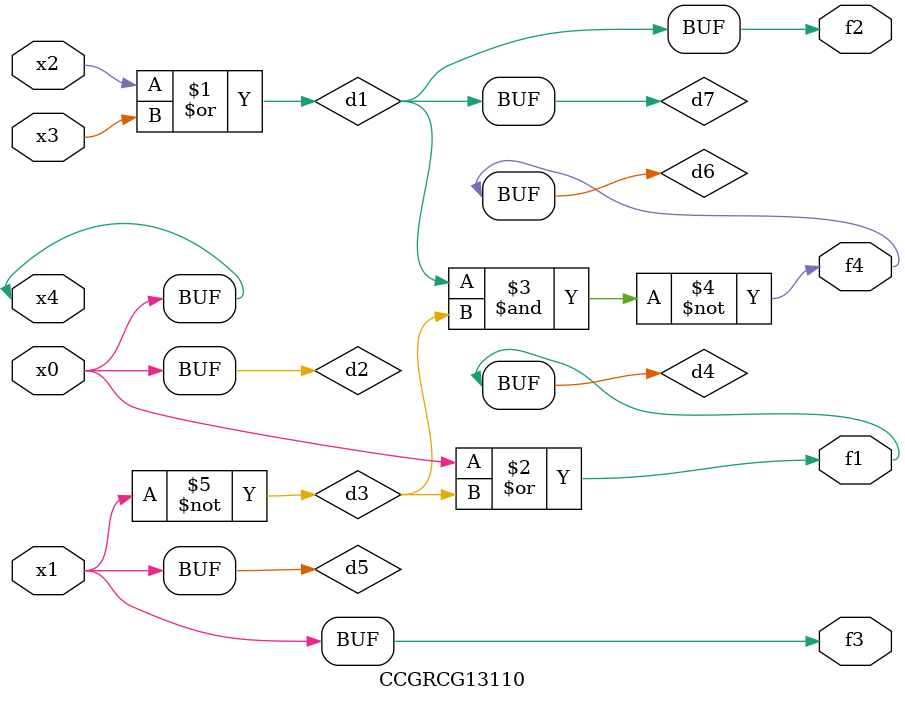
<source format=v>
module CCGRCG13110(
	input x0, x1, x2, x3, x4,
	output f1, f2, f3, f4
);

	wire d1, d2, d3, d4, d5, d6, d7;

	or (d1, x2, x3);
	buf (d2, x0, x4);
	not (d3, x1);
	or (d4, d2, d3);
	not (d5, d3);
	nand (d6, d1, d3);
	or (d7, d1);
	assign f1 = d4;
	assign f2 = d7;
	assign f3 = d5;
	assign f4 = d6;
endmodule

</source>
